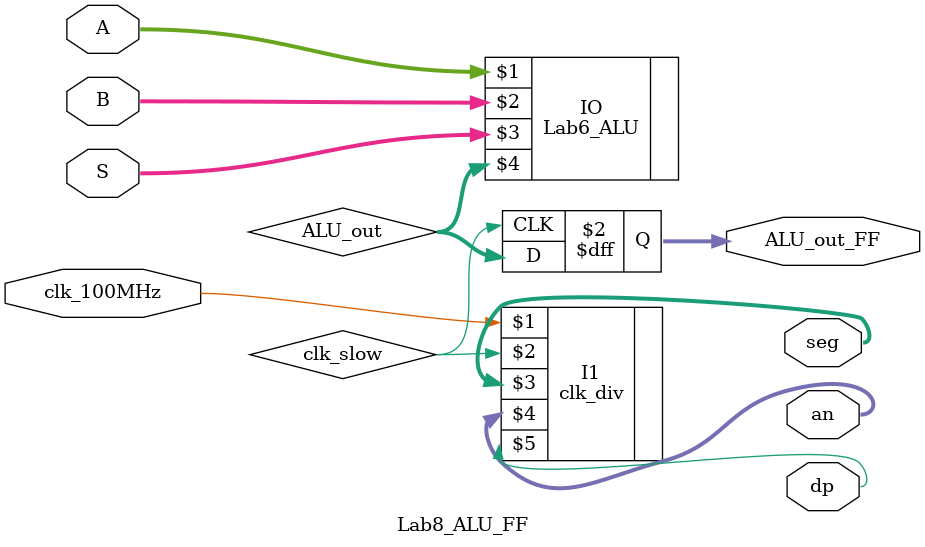
<source format=sv>
`timescale 1ns / 1ps


module Lab8_ALU_FF(
    input [3:0] A,
    input [3:0] B,
    output logic [3:0] ALU_out_FF,
    input [1:0] S,
    input clk_100MHz,
    output [6:0] seg,
    output [3:0] an,
    output dp
    );
    
    logic clk_slow; 
    logic [3:0] ALU_out;
    
    Lab6_ALU IO (A, B, S, ALU_out);
    clk_div I1 (clk_100MHz, clk_slow, seg, an, dp);
    
    always_ff @ (posedge clk_slow)
        begin
            ALU_out_FF <= ALU_out;
        end 
endmodule

</source>
